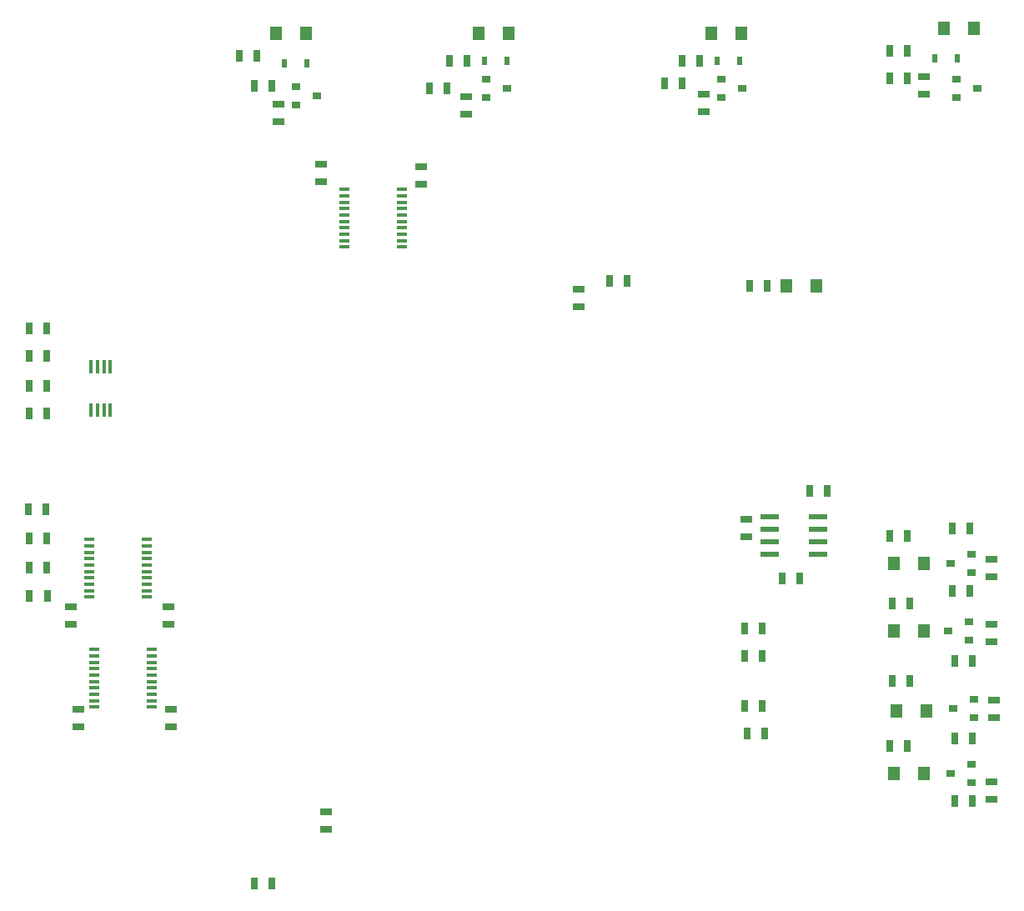
<source format=gtp>
G75*
G70*
%OFA0B0*%
%FSLAX24Y24*%
%IPPOS*%
%LPD*%
%AMOC8*
5,1,8,0,0,1.08239X$1,22.5*
%
%ADD10R,0.0157X0.0531*%
%ADD11R,0.0315X0.0472*%
%ADD12R,0.0472X0.0315*%
%ADD13R,0.0248X0.0327*%
%ADD14R,0.0354X0.0315*%
%ADD15R,0.0472X0.0551*%
%ADD16R,0.0390X0.0120*%
%ADD17R,0.0780X0.0220*%
D10*
X011441Y025469D03*
X011697Y025469D03*
X011953Y025469D03*
X012209Y025469D03*
X012209Y027181D03*
X011953Y027181D03*
X011697Y027181D03*
X011441Y027181D03*
D11*
X009679Y027625D03*
X008971Y027625D03*
X008971Y028725D03*
X009679Y028725D03*
X009679Y026425D03*
X008971Y026425D03*
X008971Y025325D03*
X009679Y025325D03*
X009639Y021485D03*
X008931Y021485D03*
X008971Y020305D03*
X009679Y020305D03*
X009669Y019145D03*
X008961Y019145D03*
X008981Y018005D03*
X009689Y018005D03*
X017971Y006525D03*
X018679Y006525D03*
X037671Y012525D03*
X038379Y012525D03*
X038279Y013625D03*
X037571Y013625D03*
X037571Y015625D03*
X038279Y015625D03*
X038279Y016725D03*
X037571Y016725D03*
X039071Y018725D03*
X039779Y018725D03*
X040171Y022225D03*
X040879Y022225D03*
X043371Y020425D03*
X044079Y020425D03*
X045871Y020725D03*
X046579Y020725D03*
X046579Y018225D03*
X045871Y018225D03*
X044179Y017725D03*
X043471Y017725D03*
X045971Y015425D03*
X046679Y015425D03*
X044179Y014625D03*
X043471Y014625D03*
X045971Y012325D03*
X046679Y012325D03*
X046679Y009825D03*
X045971Y009825D03*
X044079Y012025D03*
X043371Y012025D03*
X038479Y030425D03*
X037771Y030425D03*
X032879Y030625D03*
X032171Y030625D03*
X025679Y038325D03*
X024971Y038325D03*
X025771Y039425D03*
X026479Y039425D03*
X018679Y038425D03*
X017971Y038425D03*
X018079Y039625D03*
X017371Y039625D03*
X034371Y038525D03*
X035079Y038525D03*
X035071Y039425D03*
X035779Y039425D03*
X043371Y039825D03*
X044079Y039825D03*
X044079Y038725D03*
X043371Y038725D03*
D12*
X010925Y012771D03*
X010925Y013479D03*
X010625Y016871D03*
X010625Y017579D03*
X014525Y017579D03*
X014525Y016871D03*
X014625Y013479D03*
X014625Y012771D03*
X020825Y009379D03*
X020825Y008671D03*
X037625Y020371D03*
X037625Y021079D03*
X030925Y029571D03*
X030925Y030279D03*
X024625Y034471D03*
X024625Y035179D03*
X026425Y037271D03*
X026425Y037979D03*
X020625Y035279D03*
X020625Y034571D03*
X018925Y036971D03*
X018925Y037679D03*
X035925Y037371D03*
X035925Y038079D03*
X044725Y038071D03*
X044725Y038779D03*
X047425Y019479D03*
X047425Y018771D03*
X047425Y016879D03*
X047425Y016171D03*
X047525Y013859D03*
X047525Y013151D03*
X047425Y010579D03*
X047425Y009871D03*
D13*
X046078Y039525D03*
X045172Y039525D03*
X037378Y039425D03*
X036472Y039425D03*
X028078Y039425D03*
X027172Y039425D03*
X020078Y039325D03*
X019172Y039325D03*
D14*
X019631Y038399D03*
X019631Y037651D03*
X020458Y038025D03*
X027231Y037951D03*
X027231Y038699D03*
X028058Y038325D03*
X036631Y037951D03*
X036631Y038699D03*
X037458Y038325D03*
X046031Y037951D03*
X046031Y038699D03*
X046858Y038325D03*
X046619Y019699D03*
X046619Y018951D03*
X045792Y019325D03*
X046519Y016999D03*
X045692Y016625D03*
X046519Y016251D03*
X046719Y013899D03*
X046719Y013151D03*
X045892Y013525D03*
X046619Y011299D03*
X046619Y010551D03*
X045792Y010925D03*
D15*
X044716Y010925D03*
X043534Y010925D03*
X043634Y013425D03*
X044816Y013425D03*
X044716Y016625D03*
X043534Y016625D03*
X043534Y019325D03*
X044716Y019325D03*
X040416Y030425D03*
X039234Y030425D03*
X037416Y040525D03*
X036234Y040525D03*
X028116Y040525D03*
X026934Y040525D03*
X020016Y040525D03*
X018834Y040525D03*
X045534Y040725D03*
X046716Y040725D03*
D16*
X023874Y034277D03*
X023874Y034021D03*
X023874Y033765D03*
X023874Y033509D03*
X023874Y033253D03*
X023874Y032997D03*
X023874Y032741D03*
X023874Y032485D03*
X023874Y032229D03*
X023874Y031973D03*
X021576Y031973D03*
X021576Y032229D03*
X021576Y032485D03*
X021576Y032741D03*
X021576Y032997D03*
X021576Y033253D03*
X021576Y033509D03*
X021576Y033765D03*
X021576Y034021D03*
X021576Y034277D03*
X013674Y020277D03*
X013674Y020021D03*
X013674Y019765D03*
X013674Y019509D03*
X013674Y019253D03*
X013674Y018997D03*
X013674Y018741D03*
X013674Y018485D03*
X013674Y018229D03*
X013674Y017973D03*
X013874Y015877D03*
X013874Y015621D03*
X013874Y015365D03*
X013874Y015109D03*
X013874Y014853D03*
X013874Y014597D03*
X013874Y014341D03*
X013874Y014085D03*
X013874Y013829D03*
X013874Y013573D03*
X011576Y013573D03*
X011576Y013829D03*
X011576Y014085D03*
X011576Y014341D03*
X011576Y014597D03*
X011576Y014853D03*
X011576Y015109D03*
X011576Y015365D03*
X011576Y015621D03*
X011576Y015877D03*
X011376Y017973D03*
X011376Y018229D03*
X011376Y018485D03*
X011376Y018741D03*
X011376Y018997D03*
X011376Y019253D03*
X011376Y019509D03*
X011376Y019765D03*
X011376Y020021D03*
X011376Y020277D03*
D17*
X038555Y020175D03*
X038555Y019675D03*
X038555Y020675D03*
X038555Y021175D03*
X040495Y021175D03*
X040495Y020675D03*
X040495Y020175D03*
X040495Y019675D03*
M02*

</source>
